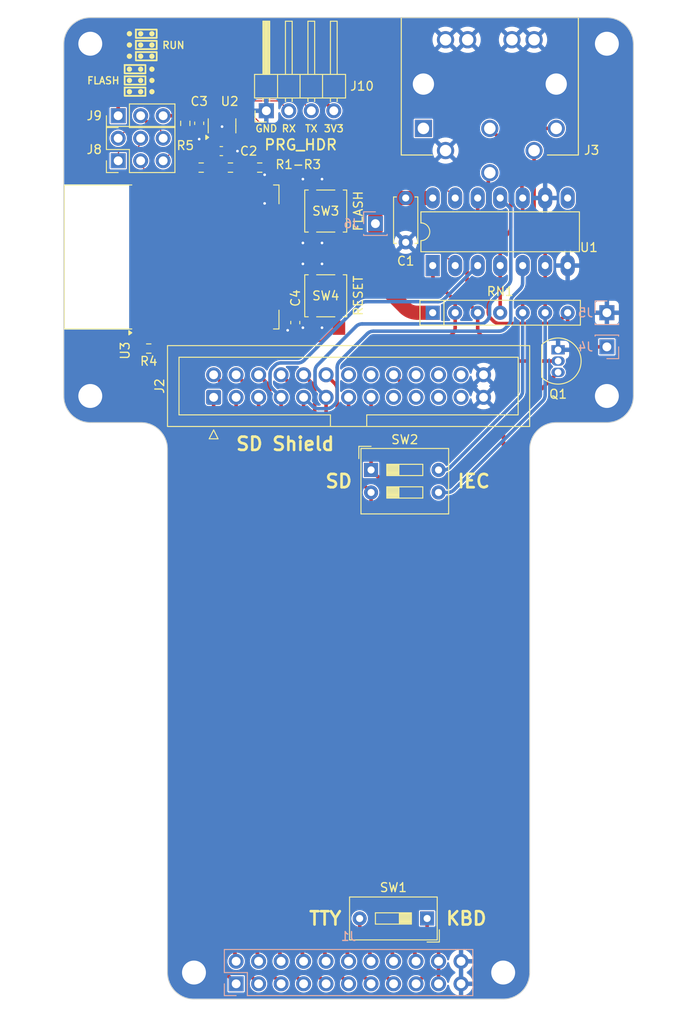
<source format=kicad_pcb>
(kicad_pcb (version 20221018) (generator pcbnew)
  (layers (0 "F.Cu" signal) (31 "B.Cu" signal) (34 "B.Paste" user) (35 "F.Paste" user) (36 "B.SilkS" user "B.Silkscreen") (37 "F.SilkS" user "F.Silkscreen") (38 "B.Mask" user) (39 "F.Mask" user) (44 "Edge.Cuts" user))
  (net 0 "")
  (net 1 "GND")
  (net 2 "+3V3")
  (net 3 "Net-(J9-Pin_2)")
  (net 4 "Net-(J10-Pin_2)")
  (net 5 "Net-(J10-Pin_3)")
  (net 6 "Net-(J10-Pin_4)")
  (net 7 "Net-(SW3-B)")
  (net 8 "+5V")
  (net 10 "/PA0")
  (net 11 "/PB0")
  (net 12 "/PA1")
  (net 13 "/PB1")
  (net 14 "/PA2")
  (net 15 "/PB2")
  (net 16 "/PA3")
  (net 17 "/PB3")
  (net 18 "/PA4")
  (net 19 "/PB4")
  (net 20 "/PA5")
  (net 21 "/PB5")
  (net 22 "/PA6")
  (net 23 "/PB7")
  (net 24 "/PA7")
  (net 25 "/COLA")
  (net 26 "/ROW3")
  (net 27 "/PTR")
  (net 37 "Net-(Q1-B)")
  (net 38 "Net-(J4-Pin_1)")
  (net 39 "Net-(U3-GPIO2)")
  (net 40 "Net-(U3-GPIO15)")
  (net 41 "Net-(SW4-B)")
  (net 46 "Net-(RN1D-R4.2)")
  (net 55 "Net-(J8-Pin_3)")
  (net 56 "Net-(J8-Pin_4)")
  (net 57 "Net-(J8-Pin_5)")
  (net 58 "Net-(J8-Pin_6)")
  (net 59 "Net-(RN1E-R5.2)")
  (net 63 "Net-(RN1C-R3.2)")
  (net 64 "/KBD")
  (footprint "SW_SPST_Library:SW_SPST_TL3305A" (layer "F.Cu") (at 139.37 71.47 90)
    (fp_text reference "SW4")
    (fp_text value "RESET")
  )
  (footprint "MountingHole:MountingHole_2.7mm_M2.5" (layer "F.Cu") (at 112.78 82.77)
    (fp_text reference "REF**" hide)
    (fp_text value "MountingHole_2.7mm_M2.5")
  )
  (footprint "Package_TO_SOT_THT:TO-92_Inline" (layer "F.Cu") (at 165.61 77.56 -90)
    (fp_text reference "Q1")
    (fp_text value "PN2222A")
  )
  (footprint "MountingHole:MountingHole_2.7mm_M2.5" (layer "F.Cu") (at 171.12 43.04)
    (fp_text reference "REF**" hide)
    (fp_text value "MountingHole_2.7mm_M2.5")
  )
  (footprint "MountingHole:MountingHole_2.7mm_M2.5" (layer "F.Cu") (at 171.12 82.77)
    (fp_text reference "REF**" hide)
    (fp_text value "MountingHole_2.7mm_M2.5")
  )
  (footprint "MountingHole:MountingHole_2.7mm_M2.5" (layer "F.Cu") (at 159.41 147.8)
    (fp_text reference "REF**" hide)
    (fp_text value "MountingHole_2.7mm_M2.5")
  )
  (footprint "Package_DIP:DIP-14_W7.62mm_LongPads" (layer "F.Cu") (at 151.45 68.06 90)
    (fp_text reference "U1")
    (fp_text value "74LS06")
  )
  (footprint "Button_Switch_THT:SW_DIP_SPSTx01_Slide_9.78x4.72mm_W7.62mm_P2.54mm" (layer "F.Cu") (at 150.82 141.7 180)
    (fp_text reference "SW1")
    (fp_text value "TTY_KBD")
  )
  (footprint "Capacitor_SMD:C_0603_1608Metric_Pad1.08x0.95mm_HandSolder" (layer "F.Cu") (at 125.08 52.01 -90)
    (fp_text reference "C3")
    (fp_text value "1uF")
  )
  (footprint "Resistor_SMD:R_0603_1608Metric_Pad0.98x0.95mm_HandSolder" (layer "F.Cu") (at 123.51 52.02 -90)
    (fp_text reference "R5")
    (fp_text value "10K")
  )
  (footprint "Capacitor_SMD:C_0603_1608Metric_Pad1.08x0.95mm_HandSolder" (layer "F.Cu") (at 127.5775 55.15)
    (fp_text reference "C2")
    (fp_text value "1uF")
  )
  (footprint "Connector_IDC:IDC-Header_2x13_P2.54mm_Vertical" (layer "F.Cu") (at 126.71 82.92 90)
    (fp_text reference "J2")
    (fp_text value "SD_Shield")
  )
  (footprint "Resistor_THT:R_Array_SIP7" (layer "F.Cu") (at 151.45 73.38)
    (fp_text reference "RN1")
    (fp_text value "3K3")
  )
  (footprint "Resistor_SMD:R_0603_1608Metric_Pad0.98x0.95mm_HandSolder" (layer "F.Cu") (at 131.9175 57.01)
    (fp_text reference "R3" hide)
    (fp_text value "10K")
  )
  (footprint "Package_TO_SOT_SMD:SOT-23-5" (layer "F.Cu") (at 127.66 52.3 90)
    (fp_text reference "U2")
    (fp_text value "TPS7A0233DBVR")
  )
  (footprint "Resistor_SMD:R_0603_1608Metric_Pad0.98x0.95mm_HandSolder" (layer "F.Cu") (at 125.3025 57.01)
    (fp_text reference "R1" hide)
    (fp_text value "10K")
  )
  (footprint "RF_Module:ESP-12E" (layer "F.Cu") (at 121.97 67.09 90)
    (fp_text reference "U3")
    (fp_text value "ESP-12F")
  )
  (footprint "SW_SPST_Library:SW_SPST_TL3305A" (layer "F.Cu") (at 139.37 61.91 90)
    (fp_text reference "SW3")
    (fp_text value "FLASH")
  )
  (footprint "Resistor_SMD:R_0603_1608Metric_Pad0.98x0.95mm_HandSolder" (layer "F.Cu") (at 128.61 57.01)
    (fp_text reference "R2" hide)
    (fp_text value "10K")
  )
  (footprint "Button_Switch_THT:SW_DIP_SPSTx02_Slide_9.78x7.26mm_W7.62mm_P2.54mm" (layer "F.Cu") (at 144.49 91.11)
    (fp_text reference "SW2")
    (fp_text value "SD_IEC")
  )
  (footprint "Connector_PinHeader_2.54mm:PinHeader_2x03_P2.54mm_Vertical" (layer "F.Cu") (at 115.93 56.24 90)
    (fp_text reference "J8")
    (fp_text value "RUN_FLASH")
  )
  (footprint "Connector_PinHeader_2.54mm:PinHeader_1x03_P2.54mm_Vertical" (layer "F.Cu") (at 115.93 51.16 90)
    (fp_text reference "J9")
    (fp_text value "RUN_FLASH")
  )
  (footprint "Capacitor_SMD:C_0603_1608Metric_Pad1.08x0.95mm_HandSolder" (layer "F.Cu") (at 135.93 74.4925 90)
    (fp_text reference "C4")
    (fp_text value "100nF")
  )
  (footprint "Resistor_SMD:R_0603_1608Metric_Pad0.98x0.95mm_HandSolder" (layer "F.Cu") (at 119.3825 77.42 180)
    (fp_text reference "R4")
    (fp_text value "10K")
  )
  (footprint "Connector_PinHeader_2.54mm:PinHeader_1x04_P2.54mm_Horizontal" (layer "F.Cu") (at 132.66 50.6 90)
    (fp_text reference "J10")
    (fp_text value "PRG_HDR")
  )
  (footprint "Capacitor_THT:C_Disc_D5.0mm_W2.5mm_P5.00mm" (layer "F.Cu") (at 148.4 60.44 -90)
    (fp_text reference "C1")
    (fp_text value "100nF")
  )
  (footprint "DIN_Round:CUI_SDS-60J" (layer "F.Cu") (at 157.9 47.59 180)
    (fp_text reference "J3")
    (fp_text value "DIN-6")
  )
  (footprint "MountingHole:MountingHole_2.7mm_M2.5" (layer "F.Cu") (at 124.49 147.8)
    (fp_text reference "REF**" hide)
    (fp_text value "MountingHole_2.7mm_M2.5")
  )
  (footprint "MountingHole:MountingHole_2.7mm_M2.5" (layer "F.Cu") (at 112.78 43.04)
    (fp_text reference "REF**" hide)
    (fp_text value "MountingHole_2.7mm_M2.5")
  )
  (footprint "Connector_PinSocket_2.54mm:PinSocket_1x01_P2.54mm_Vertical" (layer "B.Cu") (at 171.12 73.38 180)
    (fp_text reference "J5")
    (fp_text value "GND")
  )
  (footprint "Connector_PinSocket_2.54mm:PinSocket_2x11_P2.54mm_Vertical" (layer "B.Cu") (at 129.25 149.07 -90)
    (fp_text reference "J1")
    (fp_text value "Motherboard")
  )
  (footprint "Connector_PinSocket_2.54mm:PinSocket_1x01_P2.54mm_Vertical" (layer "B.Cu") (at 144.98 63.33 180)
    (fp_text reference "J6")
    (fp_text value "+5V")
  )
  (footprint "Connector_PinSocket_2.54mm:PinSocket_1x01_P2.54mm_Vertical" (layer "B.Cu") (at 171.12 77.23)
    (fp_text reference "J4")
    (fp_text value "Reset")
  )
  (gr_circle (center 117.2 44.45) (end 117.5 44.45) (fill solid) (layer "F.SilkS"))
  (gr_circle (center 117.2 41.91) (end 117.5 41.91) (fill solid) (layer "F.SilkS"))
  (gr_rect (start 117.93 43.98) (end 120.28 44.92) (stroke (width 0.2)) (fill none) (layer "F.SilkS"))
  (gr_rect (start 117.93 41.44) (end 120.28 42.38) (stroke (width 0.2)) (fill none) (layer "F.SilkS"))
  (gr_circle (center 119.74 48.45) (end 120.04 48.45) (fill solid) (layer "F.SilkS"))
  (gr_rect (start 116.66 45.44) (end 119.01 46.38) (stroke (width 0.2)) (fill none) (layer "F.SilkS"))
  (gr_circle (center 118.47 41.91) (end 118.77 41.91) (fill solid) (layer "F.SilkS"))
  (gr_circle (center 118.47 43.18) (end 118.77 43.18) (fill solid) (layer "F.SilkS"))
  (gr_circle (center 118.47 44.45) (end 118.77 44.45) (fill solid) (layer "F.SilkS"))
  (gr_circle (center 117.2 47.18) (end 117.5 47.18) (fill solid) (layer "F.SilkS"))
  (gr_circle (center 117.2 45.91) (end 117.5 45.91) (fill solid) (layer "F.SilkS"))
  (gr_circle (center 118.47 48.45) (end 118.77 48.45) (fill solid) (layer "F.SilkS"))
  (gr_circle (center 119.74 44.45) (end 120.04 44.45) (fill solid) (layer "F.SilkS"))
  (gr_circle (center 119.74 43.18) (end 120.04 43.18) (fill solid) (layer "F.SilkS"))
  (gr_rect (start 117.93 42.71) (end 120.28 43.65) (stroke (width 0.2)) (fill none) (layer "F.SilkS"))
  (gr_circle (center 118.47 45.91) (end 118.77 45.91) (fill solid) (layer "F.SilkS"))
  (gr_circle (center 117.2 43.18) (end 117.5 43.18) (fill solid) (layer "F.SilkS"))
  (gr_rect (start 116.66 47.98) (end 119.01 48.92) (stroke (width 0.2)) (fill none) (layer "F.SilkS"))
  (gr_circle (center 119.74 47.18) (end 120.04 47.18) (fill solid) (layer "F.SilkS"))
  (gr_circle (center 119.74 45.91) (end 120.04 45.91) (fill solid) (layer "F.SilkS"))
  (gr_circle (center 118.47 47.18) (end 118.77 47.18) (fill solid) (layer "F.SilkS"))
  (gr_circle (center 117.2 48.45) (end 117.5 48.45) (fill solid) (layer "F.SilkS"))
  (gr_circle (center 119.74 41.91) (end 120.04 41.91) (fill solid) (layer "F.SilkS"))
  (gr_rect (start 116.66 46.71) (end 119.01 47.65) (stroke (width 0.2)) (fill none) (layer "F.SilkS"))
  (gr_arc (start 109.78 43.09) (mid 110.65868 40.96868) (end 112.78 40.09) (stroke (width 0.1)) (layer "Edge.Cuts"))
  (gr_arc (start 118.49 85.77) (mid 120.61132 86.64868) (end 121.49 88.77) (stroke (width 0.1)) (layer "Edge.Cuts"))
  (gr_arc (start 174.12 82.77) (mid 173.24132 84.89132) (end 171.12 85.77) (stroke (width 0.1)) (layer "Edge.Cuts"))
  (gr_line (start 121.49 88.77) (end 121.49 147.8) (stroke (width 0.1)) (layer "Edge.Cuts"))
  (gr_arc (start 162.41 88.77) (mid 163.28868 86.64868) (end 165.41 85.77) (stroke (width 0.1)) (layer "Edge.Cuts"))
  (gr_line (start 162.41 88.77) (end 162.41 147.8) (stroke (width 0.1)) (layer "Edge.Cuts"))
  (gr_line (start 171.12 40.09) (end 112.78 40.09) (stroke (width 0.1)) (layer "Edge.Cuts"))
  (gr_arc (start 171.12 40.09) (mid 173.24132 40.96868) (end 174.12 43.09) (stroke (width 0.1)) (layer "Edge.Cuts"))
  (gr_arc (start 124.49 150.8) (mid 122.36868 149.92132) (end 121.49 147.8) (stroke (width 0.1)) (layer "Edge.Cuts"))
  (gr_line (start 165.41 85.77) (end 171.12 85.77) (stroke (width 0.1)) (layer "Edge.Cuts"))
  (gr_arc (start 112.78 85.77) (mid 110.65868 84.89132) (end 109.78 82.77) (stroke (width 0.1)) (layer "Edge.Cuts"))
  (gr_line (start 109.78 43.09) (end 109.78 82.77) (stroke (width 0.1)) (layer "Edge.Cuts"))
  (gr_arc (start 162.41 147.8) (mid 161.53132 149.92132) (end 159.41 150.8) (stroke (width 0.1)) (layer "Edge.Cuts"))
  (gr_line (start 124.49 150.8) (end 159.41 150.8) (stroke (width 0.1)) (layer "Edge.Cuts"))
  (gr_line (start 174.12 82.77) (end 174.12 43.09) (stroke (width 0.1)) (layer "Edge.Cuts"))
  (gr_line (start 112.78 85.77) (end 118.49 85.77) (stroke (width 0.1)) (layer "Edge.Cuts"))
  (gr_text "GND" (at 132.66 53.08) (layer "F.SilkS") (effects (font (size 0.8 0.8) (thickness 0.15) bold) (justify bottom)))
  (gr_text "TTY" (at 141.3 141.7) (layer "F.SilkS") (effects (font (size 1.5 1.5) (thickness 0.3) bold) (justify right)))
  (gr_text "FLASH" (at 116.16 47.2) (layer "F.SilkS") (effects (font (size 0.8 0.8) (thickness 0.15) bold) (justify right)))
  (gr_text "IEC" (at 154.1 92.38) (layer "F.SilkS") (effects (font (size 1.5 1.5) (thickness 0.3) bold) (justify left)))
  (gr_text "R1-R3" (at 136.27 56.66) (layer "F.SilkS") (effects (font (size 1 1))))
  (gr_text "SD Shield" (at 134.79 89.05) (layer "F.SilkS") (effects (font (size 1.5 1.5) (thickness 0.3) bold) (justify bottom)))
  (gr_text "3V3" (at 140.28 53.08) (layer "F.SilkS") (effects (font (size 0.8 0.8) (thickness 0.15) bold) (justify bottom)))
  (gr_text "TX" (at 137.74 53.08) (layer "F.SilkS") (effects (font (size 0.8 0.8) (thickness 0.15) bold) (justify bottom)))
  (gr_text "RUN" (at 120.83 43.21) (layer "F.SilkS") (effects (font (size 0.8 0.8) (thickness 0.15) bold) (justify left)))
  (gr_text "RX" (at 135.2 53.08) (layer "F.SilkS") (effects (font (size 0.8 0.8) (thickness 0.15) bold) (justify bottom)))
  (gr_text "SD" (at 142.5 92.38) (layer "F.SilkS") (effects (font (size 1.5 1.5) (thickness 0.3) bold) (justify right)))
  (gr_text "KBD" (at 152.8 141.7) (layer "F.SilkS") (effects (font (size 1.5 1.5) (thickness 0.3) bold) (justify left)))
  (segment (start 132.47 57.82) (end 132.47 59.49) (width 0.4) (layer "F.Cu") (net 1))
  (segment (start 138.95 65.51) (end 137.87 65.51) (width 0.4) (layer "F.Cu") (net 1))
  (segment (start 136.79 75.07) (end 137.87 75.07) (width 0.4) (layer "F.Cu") (net 1))
  (segment (start 135.925 75.36) (end 135.93 75.355) (width 0.4) (layer "F.Cu") (net 1))
  (segment (start 135.07 75.36) (end 135.925 75.36) (width 0.4) (layer "F.Cu") (net 1))
  (segment (start 136.79 65.51) (end 137.87 65.51) (width 0.4) (layer "F.Cu") (net 1))
  (segment (start 138.95 58.31) (end 137.87 58.31) (width 0.4) (layer "F.Cu") (net 1))
  (segment (start 136.79 75.07) (end 136.422107 75.07) (width 0.4) (layer "F.Cu") (net 1))
  (segment (start 127.66 53.4375) (end 127.66 52.39) (width 0.6) (layer "F.Cu") (net 1))
  (segment (start 138.95 67.87) (end 137.87 67.87) (width 0.4) (layer "F.Cu") (net 1))
  (segment (start 138.95 75.07) (end 137.87 75.07) (width 0.4) (layer "F.Cu") (net 1))
  (segment (start 132.47 61.05) (end 132.47 59.49) (width 0.4) (layer "F.Cu") (net 1))
  (segment (start 129.4 55.15) (end 128.44 55.15) (width 0.6) (layer "F.Cu") (net 1))
  (segment (start 132.47 57.82) (end 132.47 57.577107) (width 0.4) (layer "F.Cu") (net 1))
  (segment (start 136.79 67.87) (end 137.87 67.87) (width 0.4) (layer "F.Cu") (net 1))
  (segment (start 136.068553 75.216447) (end 135.93 75.355) (width 0.4) (layer "F.Cu") (net 1))
  (segment (start 125.08 53.8) (end 125.08 52.8725) (width 0.6) (layer "F.Cu") (net 1))
  (segment (start 136.79 58.31) (end 137.87 58.31) (width 0.4) (layer "F.Cu") (net 1))
  (segment (start 132.616447 57.223553) (end 132.83 57.01) (width 0.4) (layer "F.Cu") (net 1))
  (via (at 129.4 55.15) (size 0.6) (drill 0.3) (layers "F.Cu" "B.Cu") (net 1))
  (via (at 138.95 58.31) (size 0.5) (drill 0.3) (layers "F.Cu" "B.Cu") (net 1))
  (via (at 138.95 65.51) (size 0.5) (drill 0.3) (layers "F.Cu" "B.Cu") (net 1))
  (via (at 125.08 53.8) (size 0.6) (drill 0.3) (layers "F.Cu" "B.Cu") (net 1))
  (via (at 135.07 75.36) (size 0.5) (drill 0.3) (layers "F.Cu" "B.Cu") (net 1))
  (via (at 138.95 67.87) (size 0.5) (drill 0.3) (layers "F.Cu" "B.Cu") (net 1))
  (via (at 136.79 65.51) (size 0.5) (drill 0.3) (layers "F.Cu" "B.Cu") (net 1))
  (via (at 132.47 61.05) (size 0.5) (drill 0.3) (layers "F.Cu" "B.Cu") (net 1))
  (via (at 136.79 75.07) (size 0.5) (drill 0.3) (layers "F.Cu" "B.Cu") (net 1))
  (via (at 136.79 67.87) (size 0.5) (drill 0.3) (layers "F.Cu" "B.Cu") (net 1))
  (via (at 127.66 52.39) (size 0.6) (drill 0.3) (layers "F.Cu" "B.Cu") (net 1))
  (via (at 138.95 75.07) (size 0.5) (drill 0.3) (layers "F.Cu" "B.Cu") (net 1))
  (via (at 132.47 57.82) (size 0.5) (drill 0.3) (layers "F.Cu" "B.Cu") (net 1))
  (via (at 136.79 58.31) (size 0.5) (drill 0.3) (layers "F.Cu" "B.Cu") (net 1))
  (arc (start 136.422107 75.07) (mid 136.230765 75.10806) (end 136.068553 75.216447) (width 0.4) (layer "F.Cu") (net 1))
  (arc (start 132.47 57.577107) (mid 132.50806 57.385765) (end 132.616447 57.223553) (width 0.4) (layer "F.Cu") (net 1))
  (segment (start 121.01 51.16) (end 126.7075 51.16) (width 0.4) (layer "F.Cu") (net 2))
  (segment (start 126.7075 51.16) (end 126.71 51.1625) (width 0.4) (layer "F.Cu") (net 2))
  (segment (start 120.295 77.42) (end 122.323554 75.391446) (width 0.127) (layer "F.Cu") (net 3))
  (segment (start 123.986607 76.1305) (end 131.572393 76.1305) (width 0.127) (layer "F.Cu") (net 3))
  (segment (start 124.39 57.01) (end 124.909054 56.490946) (width 0.127) (layer "F.Cu") (net 3))
  (segment (start 120.770107 57.913) (end 121.297 57.913) (width 0.4) (layer "F.Cu") (net 3))
  (segment (start 121.297 57.913) (end 121.297 62.379893) (width 0.4) (layer "F.Cu") (net 3))
  (segment (start 122.47 74.69) (end 122.47 74.559) (width 0.127) (layer "F.Cu") (net 3))
  (segment (start 135.93 73.63) (end 133.737107 73.63) (width 0.4) (layer "F.Cu") (net 3))
  (segment (start 124.39 57.01) (end 122.407107 57.01) (width 0.127) (layer "F.Cu") (net 3))
  (segment (start 122.47 75.037893) (end 122.47 74.69) (width 0.127) (layer "F.Cu") (net 3))
  (segment (start 119.72 52.617107) (end 119.72 56.862893) (width 0.4) (layer "F.Cu") (net 3))
  (segment (start 125.262607 56.3445) (end 126.824893 56.3445) (width 0.127) (layer "F.Cu") (net 3))
  (segment (start 122.47 74.821) (end 123.633054 75.984054) (width 0.127) (layer "F.Cu") (net 3))
  (segment (start 133.383553 73.776447) (end 132.47 74.69) (width 0.4) (layer "F.Cu") (net 3))
  (segment (start 127.178447 56.490947) (end 127.6975 57.01) (width 0.127) (layer "F.Cu") (net 3))
  (segment (start 119.866447 57.216447) (end 120.416554 57.766554) (width 0.4) (layer "F.Cu") (net 3))
  (segment (start 132.47 73.967107) (end 132.47 74.69) (width 0.4) (layer "F.Cu") (net 3))
  (segment (start 118.47 51.16) (end 119.573554 52.263554) (width 0.4) (layer "F.Cu") (net 3))
  (segment (start 127.6975 57.01) (end 127.521471 57.01) (width 0.127) (layer "F.Cu") (net 3))
  (segment (start 132.47 75.232893) (end 132.47 74.69) (width 0.127) (layer "F.Cu") (net 3))
  (segment (start 131.925947 75.984053) (end 132.323554 75.586446) (width 0.127) (layer "F.Cu") (net 3))
  (segment (start 122.47 74.69) (end 122.47 74.821) (width 0.127) (layer "F.Cu") (net 3))
  (segment (start 122.053553 57.156447) (end 121.297 57.913) (width 0.127) (layer "F.Cu") (net 3))
  (segment (start 121.443447 62.733447) (end 132.323554 73.613554) (width 0.4) (layer "F.Cu") (net 3))
  (arc (start 122.47 75.037893) (mid 122.43194 75.229234) (end 122.323554 75.391446) (width 0.127) (layer "F.Cu") (net 3))
  (arc (start 119.72 52.617107) (mid 119.68194 52.425766) (end 119.573554 52.263554) (width 0.4) (layer "F.Cu") (net 3))
  (arc (start 119.72 56.862893) (mid 119.75806 57.054235) (end 119.866447 57.216447) (width 0.4) (layer "F.Cu") (net 3))
  (arc (start 132.47 73.967107) (mid 132.43194 73.775766) (end 132.323554 73.613554) (width 0.4) (layer "F.Cu") (net 3))
  (arc (start 123.633054 75.984054) (mid 123.795266 76.09244) (end 123.986607 76.1305) (width 0.127) (layer "F.Cu") (net 3))
  (arc (start 122.053553 57.156447) (mid 122.215765 57.04806) (end 122.407107 57.01) (width 0.127) (layer "F.Cu") (net 3))
  (arc (start 133.383553 73.776447) (mid 133.545765 73.66806) (end 133.737107 73.63) (width 0.4) (layer "F.Cu") (net 3))
  (arc (start 121.297 62.379893) (mid 121.33506 62.571235) (end 121.443447 62.733447) (width 0.4) (layer "F.Cu") (net 3))
  (arc (start 126.824893 56.3445) (mid 127.016235 56.38256) (end 127.178447 56.490947) (width 0.127) (layer "F.Cu") (net 3))
  (arc (start 125.262607 56.3445) (mid 125.071266 56.38256) (end 124.909054 56.490946) (width 0.127) (layer "F.Cu") (net 3))
  (arc (start 131.572393 76.1305) (mid 131.763735 76.09244) (end 131.925947 75.984053) (width 0.127) (layer "F.Cu") (net 3))
  (arc (start 120.770107 57.913) (mid 120.578766 57.87494) (end 120.416554 57.766554) (width 0.4) (layer "F.Cu") (net 3))
  (arc (start 132.47 75.232893) (mid 132.43194 75.424234) (end 132.323554 75.586446) (width 0.127) (layer "F.Cu") (net 3))
  (segment (start 116.076447 55.144343) (end 116.956054 54.264736) (width 0.127) (layer "F.Cu") (net 4))
  (segment (start 117.1025 53.911183) (end 117.1025 53.275397) (width 0.127) (layer "F.Cu") (net 4))
  (segment (start 134.232947 49.632947) (end 135.2 50.6) (width 0.127) (layer "F.Cu") (net 4))
  (segment (start 115.93 56.24) (end 115.93 55.497897) (width 0.127) (layer "F.Cu") (net 4))
  (segment (start 117.3565 52.81429) (end 117.3565 50.830607) (width 0.127) (layer "F.Cu") (net 4))
  (segment (start 117.502947 50.477053) (end 118.347054 49.632946) (width 0.127) (layer "F.Cu") (net 4))
  (segment (start 117.248947 52.921843) (end 117.3565 52.81429) (width 0.127) (layer "F.Cu") (net 4))
  (segment (start 118.700607 49.4865) (end 133.879393 49.4865) (width 0.127) (layer "F.Cu") (net 4))
  (arc (start 134.232947 49.632947) (mid 134.070735 49.52456) (end 133.879393 49.4865) (width 0.127) (layer "F.Cu") (net 4))
  (arc (start 117.502947 50.477053) (mid 117.39456 50.639265) (end 117.3565 50.830607) (width 0.127) (layer "F.Cu") (net 4))
  (arc (start 115.93 55.497897) (mid 115.96806 55.306555) (end 116.076447 55.144343) (width 0.127) (layer "F.Cu") (net 4))
  (arc (start 118.347054 49.632946) (mid 118.509266 49.52456) (end 118.700607 49.4865) (width 0.127) (layer "F.Cu") (net 4))
  (arc (start 117.1025 53.911183) (mid 117.06444 54.102524) (end 116.956054 54.264736) (width 0.127) (layer "F.Cu") (net 4))
  (arc (start 117.248947 52.921843) (mid 117.14056 53.084055) (end 117.1025 53.275397) (width 0.127) (layer "F.Cu") (net 4))
  (segment (start 117.0435 50.399817) (end 117.0435 52.367183) (width 0.127) (layer "F.Cu") (net 5))
  (segment (start 137.74 50.6) (end 136.518946 49.378946) (width 0.127) (layer "F.Cu") (net 5))
  (segment (start 136.165393 49.2325) (end 118.210817 49.2325) (width 0.127) (layer "F.Cu") (net 5))
  (segment (start 116.897053 52.720737) (end 115.93 53.68779) (width 0.127) (layer "F.Cu") (net 5))
  (segment (start 115.93 53.68779) (end 115.93 53.7) (width 0.127) (layer "F.Cu") (net 5))
  (segment (start 117.857263 49.378947) (end 117.189946 50.046264) (width 0.127) (layer "F.Cu") (net 5))
  (arc (start 136.165393 49.2325) (mid 136.356734 49.27056) (end 136.518946 49.378946) (width 0.127) (layer "F.Cu") (net 5))
  (arc (start 117.189946 50.046264) (mid 117.08156 50.208476) (end 117.0435 50.399817) (width 0.127) (layer "F.Cu") (net 5))
  (arc (start 117.0435 52.367183) (mid 117.00544 52.558525) (end 116.897053 52.720737) (width 0.127) (layer "F.Cu") (net 5))
  (arc (start 117.857263 49.378947) (mid 118.019475 49.27056) (end 118.210817 49.2325) (width 0.127) (layer "F.Cu") (net 5))
  (segment (start 138.251947 48.571947) (end 140.28 50.6) (width 0.4) (layer "F.Cu") (net 6))
  (segment (start 116.076447 49.692093) (end 117.196594 48.571946) (width 0.4) (layer "F.Cu") (net 6))
  (segment (start 117.550147 48.4255) (end 137.898393 48.4255) (width 0.4) (layer "F.Cu") (net 6))
  (segment (start 115.93 51.16) (end 115.93 50.045647) (width 0.4) (layer "F.Cu") (net 6))
  (arc (start 117.196594 48.571946) (mid 117.358806 48.46356) (end 117.550147 48.4255) (width 0.4) (layer "F.Cu") (net 6))
  (arc (start 116.076447 49.692093) (mid 115.96806 49.854305) (end 115.93 50.045647) (width 0.4) (layer "F.Cu") (net 6))
  (arc (start 138.251947 48.571947) (mid 138.089735 48.46356) (end 137.898393 48.4255) (width 0.4) (layer "F.Cu") (net 6))
  (segment (start 126.903553 61.473553) (end 126.616446 61.186446) (width 0.127) (layer "F.Cu") (net 7))
  (segment (start 139.092393 59.3005) (end 135.195233 59.3005) (width 0.127) (layer "F.Cu") (net 7))
  (segment (start 134.841679 59.446947) (end 132.815072 61.473554) (width 0.127) (layer "F.Cu") (net 7))
  (segment (start 126.323553 57.118553) (end 126.215 57.01) (width 0.127) (layer "F.Cu") (net 7))
  (segment (start 126.47 59.49) (end 126.47 57.472107) (width 0.127) (layer "F.Cu") (net 7))
  (segment (start 132.461519 61.62) (end 127.257107 61.62) (width 0.127) (layer "F.Cu") (net 7))
  (segment (start 126.47 60.832893) (end 126.47 59.49) (width 0.127) (layer "F.Cu") (net 7))
  (segment (start 140.87 65.51) (end 140.87 58.31) (width 0.127) (layer "F.Cu") (net 7))
  (segment (start 140.29 58.31) (end 139.445946 59.154054) (width 0.127) (layer "F.Cu") (net 7))
  (arc (start 126.47 60.832893) (mid 126.50806 61.024234) (end 126.616446 61.186446) (width 0.127) (layer "F.Cu") (net 7))
  (arc (start 132.461519 61.62) (mid 132.65286 61.58194) (end 132.815072 61.473554) (width 0.127) (layer "F.Cu") (net 7))
  (arc (start 135.195233 59.3005) (mid 135.003891 59.33856) (end 134.841679 59.446947) (width 0.127) (layer "F.Cu") (net 7))
  (arc (start 139.445946 59.154054) (mid 139.283734 59.26244) (end 139.092393 59.3005) (width 0.127) (layer "F.Cu") (net 7))
  (arc (start 126.903553 61.473553) (mid 127.065765 61.58194) (end 127.257107 61.62) (width 0.127) (layer "F.Cu") (net 7))
  (arc (start 126.47 57.472107) (mid 126.43194 57.280765) (end 126.323553 57.118553) (width 0.127) (layer "F.Cu") (net 7))
  (segment (start 126.715 55.15) (end 126.715 53.4425) (width 0.6) (layer "F.Cu") (net 8))
  (segment (start 148.4 60.44) (end 151.45 60.44) (width 1.6) (layer "F.Cu") (net 8))
  (segment (start 145.565787 61.074213) (end 145.614214 61.025786) (width 1.6) (layer "F.Cu") (net 8))
  (segment (start 128.61 54.099999) (end 128.565945 54.144054) (width 0.127) (layer "F.Cu") (net 8))
  (segment (start 144.645787 56.685787) (end 148.4 60.44) (width 0.6) (layer "F.Cu") (net 8))
  (segment (start 126.715 55.15) (end 127.372107 55.807107) (width 0.6) (layer "F.Cu") (net 8))
  (segment (start 144.98 63.33) (end 144.98 68.661573) (width 1.6) (layer "F.Cu") (net 8))
  (segment (start 149.698427 73.38) (end 151.45 73.38) (width 1.6) (layer "F.Cu") (net 8))
  (segment (start 145.565787 70.075787) (end 148.284214 72.794214) (width 1.6) (layer "F.Cu") (net 8))
  (segment (start 128.212392 54.2905) (end 127.122607 54.2905) (width 0.127) (layer "F.Cu") (net 8))
  (segment (start 147.028427 60.44) (end 148.4 60.44) (width 1.6) (layer "F.Cu") (net 8))
  (segment (start 128.079214 56.1) (end 143.231573 56.1) (width 0.6) (layer "F.Cu") (net 8))
  (segment (start 151.4 73.38) (end 151.43 73.35) (width 0.4) (layer "F.Cu") (net 8))
  (segment (start 144.98 63.33) (end 144.98 62.488427) (width 1.6) (layer "F.Cu") (net 8))
  (segment (start 126.769053 54.144053) (end 126.71 54.085) (width 0.127) (layer "F.Cu") (net 8))
  (arc (start 127.372107 55.807107) (mid 127.69653 56.02388) (end 128.079214 56.1) (width 0.6) (layer "F.Cu") (net 8))
  (arc (start 144.98 62.488427) (mid 145.132241 61.72306) (end 145.565787 61.074213) (width 1.6) (layer "F.Cu") (net 8))
  (arc (start 126.769053 54.144053) (mid 126.931265 54.25244) (end 127.122607 54.2905) (width 0.127) (layer "F.Cu") (net 8))
  (arc (start 144.645787 56.685787) (mid 143.99694 56.252241) (end 143.231573 56.1) (width 0.6) (layer "F.Cu") (net 8))
  (arc (start 144.98 68.661573) (mid 145.132241 69.42694) (end 145.565787 70.075787) (width 1.6) (layer "F.Cu") (net 8))
  (arc (start 147.028427 60.44) (mid 146.26306 60.592241) (end 145.614214 61.025786) (width 1.6) (layer "F.Cu") (net 8))
  (arc (start 128.212392 54.2905) (mid 128.403733 54.25244) (end 128.565945 54.144054) (width 0.127) (layer "F.Cu") (net 8))
  (arc (start 148.284214 72.794214) (mid 148.93306 73.227759) (end 149.698427 73.38) (width 1.6) (layer "F.Cu") (net 8))
  (segment (start 127.96 147.365786) (end 127.96 146.124214) (width 0.4) (layer "F.Cu") (net 10))
  (segment (start 126.71 82.92) (end 126.71 144.045786) (width 0.4) (layer "F.Cu") (net 10))
  (segment (start 129.25 149.07) (end 128.252893 148.072893) (width 0.4) (layer "F.Cu") (net 10))
  (segment (start 127.667107 145.417107) (end 127.002893 144.752893) (width 0.4) (layer "F.Cu") (net 10))
  (arc (start 126.71 144.045786) (mid 126.78612 144.428469) (end 127.002893 144.752893) (width 0.4) (layer "F.Cu") (net 10))
  (arc (start 128.252893 148.072893) (mid 128.03612 147.74847) (end 127.96 147.365786) (width 0.4) (layer "F.Cu") (net 10))
  (arc (start 127.667107 145.417107) (mid 127.88388 145.74153) (end 127.96 146.124214) (width 0.4) (layer "F.Cu") (net 10))
  (segment (start 128.957107 145.437107) (end 128.252893 144.732893) (width 0.4) (layer "F.Cu") (net 11))
  (segment (start 127.96 144.025786) (end 127.96 82.044214) (width 0.4) (layer "F.Cu") (net 11))
  (segment (start 127.667107 81.337107) (end 126.71 80.38) (width 0.4) (layer "F.Cu") (net 11))
  (segment (start 129.25 146.53) (end 129.25 146.144214) (width 0.4) (layer "F.Cu") (net 11))
  (arc (start 127.96 82.044214) (mid 127.88388 81.661531) (end 127.667107 81.337107) (width 0.4) (layer "F.Cu") (net 11))
  (arc (start 128.252893 144.732893) (mid 128.03612 144.40847) (end 127.96 144.025786) (width 0.4) (layer "F.Cu") (net 11))
  (arc (start 128.957107 145.437107) (mid 129.17388 145.76153) (end 129.25 146.144214) (width 0.4) (layer "F.Cu") (net 11))
  (segment (start 129.25 82.92) (end 129.25 144.045786) (width 0.4) (layer "F.Cu") (net 12))
  (segment (start 130.5 147.365786) (end 130.5 146.124214) (width 0.4) (layer "F.Cu") (net 12))
  (segment (start 131.79 149.07) (end 130.792893 148.072893) (width 0.4) (layer "F.Cu") (net 12))
  (segment (start 130.207107 145.417107) (end 129.542893 144.752893) (width 0.4) (layer "F.Cu") (net 12))
  (arc (start 130.207107 145.417107) (mid 130.42388 145.74153) (end 130.5 146.124214) (width 0.4) (layer "F.Cu") (net 12))
  (arc (start 129.25 144.045786) (mid 129.32612 144.428469) (end 129.542893 144.752893) (width 0.4) (layer "F.Cu") (net 12))
  (arc (start 130.792893 148.072893) (mid 130.57612 147.74847) (end 130.5 147.365786) (width 0.4) (layer "F.Cu") (net 12))
  (segment (start 130.207107 81.337107) (end 129.25 80.38) (width 0.4) (layer "F.Cu") (net 13))
  (segment (start 131.79 146.53) (end 131.79 146.144214) (width 0.4) (layer "F.Cu") (net 13))
  (segment (start 131.497107 145.437107) (end 130.792893 144.732893) (width 0.4) (layer "F.Cu") (net 13))
  (segment (start 130.5 144.025786) (end 130.5 82.044214) (width 0.4) (layer "F.Cu") (net 13))
  (arc (start 130.5 82.044214) (mid 130.42388 81.661531) (end 130.207107 81.337107) (width 0.4) (layer "F.Cu") (net 13))
  (arc (start 130.792893 144.732893) (mid 130.57612 144.40847) (end 130.5 144.025786) (width 0.4) (layer "F.Cu") (net 13))
  (arc (start 131.497107 145.437107) (mid 131.71388 145.76153) (end 131.79 146.144214) (width 0.4) (layer "F.Cu") (net 13))
  (segment (start 134.33 149.07) (end 133.332893 148.072893) (width 0.4) (layer "F.Cu") (net 14))
  (segment (start 131.79 82.92) (end 131.79 144.045786) (width 0.4) (layer "F.Cu") (net 14))
  (segment (start 132.747107 145.417107) (end 132.082893 144.752893) (width 0.4) (layer "F.Cu") (net 14))
  (segment (start 133.04 147.365786) (end 133.04 146.124214) (width 0.4) (layer "F.Cu") (net 14))
  (arc (start 132.747107 145.417107) (mid 132.96388 145.74153) (end 133.04 146.124214) (width 0.4) (layer "F.Cu") (net 14))
  (arc (start 133.332893 148.072893) (mid 133.11612 147.74847) (end 133.04 147.365786) (width 0.4) (layer "F.Cu") (net 14))
  (arc (start 131.79 144.045786) (mid 131.86612 144.428469) (end 132.082893 144.752893) (width 0.4) (layer "F.Cu") (net 14))
  (segment (start 132.747107 81.337107) (end 131.79 80.38) (width 0.4) (layer "F.Cu") (net 15))
  (segment (start 133.04 144.025786) (end 133.04 82.044214) (width 0.4) (layer "F.Cu") (net 15))
  (segment (start 134.037107 145.437107) (end 133.332893 144.732893) (width 0.4) (layer "F.Cu") (net 15))
  (segment (start 134.33 146.53) (end 134.33 146.144214) (width 0.4) (layer "F.Cu") (net 15))
  (arc (start 133.04 82.044214) (mid 132.96388 81.661531) (end 132.747107 81.337107) (width 0.4) (layer "F.Cu") (net 15))
  (arc (start 133.332893 144.732893) (mid 133.11612 144.40847) (end 133.04 144.025786) (width 0.4) (layer "F.Cu") (net 15))
  (arc (start 134.037107 145.437107) (mid 134.25388 145.76153) (end 134.33 146.144214) (width 0.4) (layer "F.Cu") (net 15))
  (segment (start 136.87 149.07) (end 135.872893 148.072893) (width 0.4) (layer "F.Cu") (net 16))
  (segment (start 135.58 147.365786) (end 135.58 146.124214) (width 0.4) (layer "F.Cu") (net 16))
  (segment (start 134.33 82.92) (end 134.33 144.045786) (width 0.4) (layer "F.Cu") (net 16))
  (segment (start 135.287107 145.417107) (end 134.622893 144.752893) (width 0.4) (layer "F.Cu") (net 16))
  (arc (start 135.872893 148.072893) (mid 135.65612 147.74847) (end 135.58 147.365786) (width 0.4) (layer "F.Cu") (net 16))
  (arc (start 135.287107 145.417107) (mid 135.50388 145.74153) (end 135.58 146.124214) (width 0.4) (layer "F.Cu") (net 16))
  (arc (start 134.33 144.045786) (mid 134.40612 144.428469) (end 134.622893 144.752893) (width 0.4) (layer "F.Cu") (net 16))
  (segment (start 133.372893 79.56934) (end 133.60934 79.332893) (width 0.4) (layer "B.Cu") (net 16))
  (segment (start 136.922893 78.747107) (end 143.247107 72.422893) (width 0.4) (layer "B.Cu") (net 16))
  (segment (start 134.33 82.92) (end 133.372893 81.962893) (width 0.4) (layer "B.Cu") (net 16))
  (segment (start 134.316447 79.04) (end 136.215786 79.04) (width 0.4) (layer "B.Cu") (net 16))
  (segment (start 152.752893 71.837107) (end 156.53 68.06) (width 0.4) (layer "B.Cu") (net 16))
  (segment (start 133.08 81.255786) (end 133.08 80.276447) (width 0.4) (layer "B.Cu") (net 16))
  (segment (start 143.954214 72.13) (end 152.045786 72.13) (width 0.4) (layer "B.Cu") (net 16))
  (arc (start 133.08 81.255786) (mid 133.15612 81.638469) (end 133.372893 81.962893) (width 0.4) (layer "B.Cu") (net 16))
  (arc (start 143.954214 72.13) (mid 143.571531 72.20612) (end 143.247107 72.422893) (width 0.4) (layer "B.Cu") (net 16))
  (arc (start 152.752893 71.837107) (mid 152.42847 72.05388) (end 152.045786 72.13) (width 0.4) (layer "B.Cu") (net 16))
  (arc (start 134.316447 79.04) (mid 133.933764 79.11612) (end 133.60934 79.332893) (width 0.4) (layer "B.Cu") (net 16))
  (arc (start 133.08 80.276447) (mid 133.15612 79.893764) (end 133.372893 79.56934) (width 0.4) (layer "B.Cu") (net 16))
  (arc (start 136.215786 79.04) (mid 136.598469 78.96388) (end 136.922893 78.747107) (width 0.4) (layer "B.Cu") (net 16))
  (segment (start 136.577107 145.437107) (end 135.872893 144.732893) (width 0.4) (layer "F.Cu") (net 17))
  (segment (start 135.287107 81.337107) (end 134.33 80.38) (width 0.4) (layer "F.Cu") (net 17))
  (segment (start 135.58 144.025786) (end 135.58 82.044214) (width 0.4) (layer "F.Cu") (net 17))
  (segment (start 136.87 146.53) (end 136.87 146.144214) (width 0.4) (layer "F.Cu") (net 17))
  (arc (start 136.577107 145.437107) (mid 136.79388 145.76153) (end 136.87 146.144214) (width 0.4) (layer "F.Cu") (net 17))
  (arc (start 135.872893 144.732893) (mid 135.65612 144.40847) (end 135.58 144.025786) (width 0.4) (layer "F.Cu") (net 17))
  (arc (start 135.58 82.044214) (mid 135.50388 81.661531) (end 135.287107 81.337107) (width 0.4) (layer "F.Cu") (net 17))
  (segment (start 138.12 147.365786) (end 138.12 146.124214) (width 0.4) (layer "F.Cu") (net 18))
  (segment (start 136.87 82.92) (end 136.87 144.045786) (width 0.4) (layer "F.Cu") (net 18))
  (segment (start 137.827107 145.417107) (end 137.162893 144.752893) (width 0.4) (layer "F.Cu") (net 18))
  (segment (start 139.41 149.07) (end 138.412893 148.072893) (width 0.4) (layer "F.Cu") (net 18))
  (arc (start 138.412893 148.072893) (mid 138.19612 147.74847) (end 138.12 147.365786) (width 0.4) (layer "F.Cu") (net 18))
  (arc (start 136.87 144.045786) (mid 136.94612 144.428469) (end 137.162893 144.752893) (width 0.4) (layer "F.Cu") (net 18))
  (arc (start 137.827107 145.417107) (mid 138.04388 145.74153) (end 138.12 146.124214) (width 0.4) (layer "F.Cu") (net 18))
  (segment (start 159.977107 74.822893) (end 159.632893 75.167107) (width 0.4) (layer "B.Cu") (net 18))
  (segment (start 158.925786 75.46) (end 144.764214 75.46) (width 0.4) (layer "B.Cu") (net 18))
  (segment (start 139.483553 84.2) (end 138.564214 84.2) (width 0.4) (layer "B.Cu") (net 18))
  (segment (start 161.61 68.06) (end 161.61 69.995786) (width 0.4) (layer "B.Cu") (net 18))
  (segment (start 140.66 79.564214) (end 140.66 83.023553) (width 0.4) (layer "B.Cu") (net 18))
  (segment (start 140.367107 83.73066) (end 140.19066 83.907107) (width 0.4) (layer "B.Cu") (net 18))
  (segment (start 144.057107 75.752893) (end 140.952893 78.857107) (width 0.4) (layer "B.Cu") (net 18))
  (segment (start 160.27 72.164214) (end 160.27 74.115786) (width 0.4) (layer "B.Cu") (net 18))
  (segment (start 137.857107 83.907107) (end 136.87 82.92) (width 0.4) (layer "B.Cu") (net 18))
  (segment (start 161.317107 70.702893) (end 160.562893 71.457107) (width 0.4) (layer "B.Cu") (net 18))
  (arc (start 140.66 83.023553) (mid 140.58388 83.406236) (end 140.367107 83.73066) (width 0.4) (layer "B.Cu") (net 18))
  (arc (start 158.925786 75.46) (mid 159.308469 75.38388) (end 159.632893 75.167107) (width 0.4) (layer "B.Cu") (net 18))
  (arc (start 139.483553 84.2) (mid 139.866236 84.12388) (end 140.19066 83.907107) (width 0.4) (layer "B.Cu") (net 18))
  (arc (start 159.977107 74.822893) (mid 160.19388 74.49847) (end 160.27 74.115786) (width 0.4) (layer "B.Cu") (net 18))
  (arc (start 138.564214 84.2) (mid 138.181531 84.12388) (end 137.857107 83.907107) (width 0.4) (layer "B.Cu") (net 18))
  (arc (start 161.317107 70.702893) (mid 161.53388 70.37847) (end 161.61 69.995786) (width 0.4) (layer "B.Cu") (net 18))
  (arc (start 144.057107 75.752893) (mid 144.38153 75.53612) (end 144.764214 75.46) (width 0.4) (layer "B.Cu") (net 18))
  (arc (start 140.66 79.564214) (mid 140.73612 79.181531) (end 140.952893 78.857107) (width 0.4) (layer "B.Cu") (net 18))
  (arc (start 160.562893 71.457107) (mid 160.34612 71.78153) (end 160.27 72.164214) (width 0.4) (layer "B.Cu") (net 18))
  (segment (start 138.12 144.025786) (end 138.12 82.044214) (width 0.4) (layer "F.Cu") (net 19))
  (segment (start 139.41 146.53) (end 139.41 146.144214) (width 0.4) (layer "F.Cu") (net 19))
  (segment (start 137.827107 81.337107) (end 136.87 80.38) (width 0.4) (layer "F.Cu") (net 19))
  (segment (start 139.117107 145.437107) (end 138.412893 144.732893) (width 0.4) (layer "F.Cu") (net 19))
  (arc (start 139.117107 145.437107) (mid 139.33388 145.76153) (end 139.41 146.144214) (width 0.4) (layer "F.Cu") (net 19))
  (arc (start 138.412893 144.732893) (mid 138.19612 144.40847) (end 138.12 144.025786) (width 0.4) (layer "F.Cu") (net 19))
  (arc (start 138.12 82.044214) (mid 138.04388 81.661531) (end 137.827107 81.337107) (width 0.4) (layer "F.Cu") (net 19))
  (segment (start 140.66 147.365786) (end 140.66 146.124214) (width 0.4) (layer "F.Cu") (net 20))
  (segment (start 140.367107 145.417107) (end 139.702893 144.752893) (width 0.4) (layer "F.Cu") (net 20))
  (segment (start 139.41 82.92) (end 139.41 144.045786) (width 0.4) (layer "F.Cu") (net 20))
  (segment (start 141.95 149.07) (end 140.952893 148.072893) (width 0.4) (layer "F.Cu") (net 20))
  (arc (start 140.952893 148.072893) (mid 140.73612 147.74847) (end 140.66 147.365786) (width 0.4) (layer "F.Cu") (net 20))
  (arc (start 139.41 144.045786) (mid 139.48612 144.428469) (end 139.702893 144.752893) (width 0.4) (layer "F.Cu") (net 20))
  (arc (start 140.367107 145.417107) (mid 140.58388 145.74153) (end 140.66 146.124214) (width 0.4) (layer "F.Cu") (net 20))
  (segment (start 138.452893 81.962893) (end 139.41 82.92) (width 0.4) (layer "B.Cu") (net 20))
  (segment (start 159.07 60.44) (end 160.27 61.64) (width 0.4) (layer "B.Cu") (net 20))
  (segment (start 159.977107 70.242893) (end 158.162893 72.057107) (width 0.4) (layer "B.Cu") (net 20))
  (segment (start 138.16 79.974214) (end 138.16 81.255786) (width 0.4) (layer "B.Cu") (net 20))
  (segment (start 157.577107 74.272893) (end 157.502893 74.347107) (width 0.4) (layer "B.Cu") (net 20))
  (segment (start 156.795786 74.64) (end 143.494214 74.64) (width 0.4) (layer "B.Cu") (net 20))
  (segment (start 160.27 61.64) (end 160.27 69.535786) (width 0.4) (layer "B.Cu") (net 20))
  (segment (start 142.787107 74.932893) (end 138.452893 79.267107) (width 0.4) (layer "B.Cu") (net 20))
  (segment (start 157.87 72.764214) (end 157.87 73.565786) (width 0.4) (layer "B.Cu") (net 20))
  (arc (start 143.494214 74.64) (mid 143.11153 74.71612) (end 142.787107 74.932893) (width 0.4) (layer "B.Cu") (net 20))
  (arc (start 158.162893 72.057107) (mid 157.94612 72.38153) (end 157.87 72.764214) (width 0.4) (layer "B.Cu") (net 20))
  (arc (start 138.452893 79.267107) (mid 138.23612 79.59153) (end 138.16 79.974214) (width 0.4) (layer "B.Cu") (net 20))
  (arc (start 159.977107 70.242893) (mid 160.19388 69.91847) (end 160.27 69.535786) (width 0.4) (layer "B.Cu") (net 20))
  (arc (start 138.16 81.255786) (mid 138.23612 81.638469) (end 138.452893 81.962893) (width 0.4) (layer "B.Cu") (net 20))
  (arc (start 157.502893 74.347107) (mid 157.17847 74.56388) (end 156.795786 74.64) (width 0.4) (layer "B.Cu") (net 20))
  (arc (start 157.87 73.565786) (mid 157.79388 73.948469) (end 157.577107 74.272893) (width 0.4) (layer "B.Cu") (net 20))
  (segment (start 141.95 146.53) (end 141.95 146.144214) (width 0.4) (layer "F.Cu") (net 21))
  (segment (start 141.657107 145.437107) (end 140.952893 144.732893) (width 0.4) (layer "F.Cu") (net 21))
  (segment (start 140.66 144.025786) (end 140.66 82.044214) (width 0.4) (layer "F.Cu") (net 21))
  (segment (start 140.367107 81.337107) (end 139.41 80.38) (width 0.4) (layer "F.Cu") (net 21))
  (arc (start 140.952893 144.732893) (mid 140.73612 144.40847) (end 140.66 144.025786) (width 0.4) (layer "F.Cu") (net 21))
  (arc (start 140.66 82.044214) (mid 140.58388 81.661531) (end 140.367107 81.337107) (width 0.4) (layer "F.Cu") (net 21))
  (arc (start 141.657107 145.437107) (mid 141.87388 145.76153) (end 141.95 146.144214) (width 0.4) (layer "F.Cu") (net 21))
  (segment (start 142.242893 144.752893) (end 142.907107 145.417107) (width 0.4) (layer "F.Cu") (net 22))
  (segment (start 144.197107 95.672893) (end 142.242893 97.627107) (width 0.4) (layer "F.Cu") (net 22))
  (segment (start 141.95 98.334214) (end 141.95 144.045786) (width 0.4) (layer "F.Cu") (net 22))
  (segment (start 143.492893 148.072893) (end 144.49 149.07) (width 0.4) (layer "F.Cu") (net 22))
  (segment (start 141.95 82.92) (end 141.95 90.695786) (width 0.4) (layer "F.Cu") (net 22))
  (segment (start 144.49 93.65) (end 144.49 94.965786) (width 0.4) (layer "F.Cu") (net 22))
  (segment (start 143.2 146.124214) (end 143.2 147.365786) (width 0.4) (layer "F.Cu") (net 22))
  (segment (start 142.242893 91.402893) (end 144.49 93.65) (width 0.4) (layer "F.Cu") (net 22))
  (arc (start 142.907107 145.417107) (mid 143.12388 145.74153) (end 143.2 146.124214) (width 0.4) (layer "F.Cu") (net 22))
  (arc (start 142.242893 97.627107) (mid 142.02612 97.95153) (end 141.95 98.334214) (width 0.4) (layer "F.Cu") (net 22))
  (arc (start 143.2 147.365786) (mid 143.27612 147.74847) (end 143.492893 148.072893) (width 0.4) (layer "F.Cu") (net 22))
  (arc (start 142.242893 91.402893) (mid 142.02612 91.07847) (end 141.95 90.695786) (width 0.4) (layer "F.Cu") (net 22))
  (arc (start 144.49 94.965786) (mid 144.41388 95.348469) (end 144.197107 95.672893) (width 0.4) (layer "F.Cu") (net 22))
  (arc (start 141.95 144.045786) (mid 142.026125 144.428469) (end 142.242893 144.752893) (width 0.4) (layer "F.Cu") (net 22))
  (segment (start 148.28 144.025786) (end 148.28 82.044214) (width 0.4) (layer "F.Cu") (net 23))
  (segment (start 149.57 146.53) (end 149.57 146.144214) (width 0.4) (layer "F.Cu") (net 23))
  (segment (start 147.987107 81.337107) (end 147.03 80.38) (width 0.4) (layer "F.Cu") (net 23))
  (segment (start 149.277107 145.437107) (end 148.572893 144.732893) (width 0.4) (layer "F.Cu") (net 23))
  (arc (start 149.277107 145.437107) (mid 149.49388 145.76153) (end 149.57 146.144214) (width 0.4) (layer "F.Cu") (net 23))
  (arc (start 148.572893 144.732893) (mid 148.35612 144.40847) (end 148.28 144.025786) (width 0.4) (layer "F.Cu") (net 23))
  (arc (start 148.28 82.044214) (mid 148.20388 81.661531) (end 147.987107 81.337107) (width 0.4) (layer "F.Cu") (net 23))
  (segment (start 147.03 149.07) (end 146.032893 148.072893) (width 0.4) (layer "F.Cu") (net 24))
  (segment (start 144.49 97.224214) (end 144.49 144.045786) (width 0.4) (layer "F.Cu") (net 24))
  (segment (start 144.49 91.11) (end 144.49 82.92) (width 0.4) (layer "F.Cu") (net 24))
  (segment (start 145.447107 145.417107) (end 144.782893 144.752893) (width 0.4) (layer "F.Cu") (net 24))
  (segment (start 145.98 94.905786) (end 145.98 93.014214) (width 0.4) (layer "F.Cu") (net 24))
  (segment (start 145.687107 92.307107) (end 144.49 91.11) (width 0.4) (layer "F.Cu") (net 24))
  (segment (start 145.74 147.365786) (end 145.74 146.124214) (width 0.4) (layer "F.Cu") (net 24))
  (segment (start 144.782893 96.517107) (end 145.687107 95.612893) (width 0.4) (layer "F.Cu") (net 24))
  (arc (start 145.447107 145.417107) (mid 145.66388 145.74153) (end 145.74 146.124214) (width 0.4) (layer "F.Cu") (net 24))
  (arc (start 145.687107 92.307107) (mid 145.90388 92.63153) (end 145.98 93.014214) (width 0.4) (layer "F.Cu") (net 24))
  (arc (start 144.49 97.224214) (mid 144.56612 96.841531) (end 144.782893 96.517107) (width 0.4) (layer "F.Cu") (net 24))
  (arc (start 144.49 144.045786) (mid 144.56612 144.428469) (end 144.782893 144.752893) (width 0.4) (layer "F.Cu") (net 24))
  (arc (start 145.98 94.905786) (mid 145.90388 95.288469) (end 145.687107 95.612893) (width 0.4) (layer "F.Cu") (net 24))
  (arc (start 146.032893 148.072893) (mid 145.81612 147.74847) (end 145.74 147.365786) (width 0.4) (layer "F.Cu") (net 24))
  (segment (start 144.49 146.53) (end 144.49 146.144214) (width 0.4) (layer "F.Cu") (net 25))
  (segment (start 143.2 144.005786) (end 143.22 141.7) (width 0.4) (layer "F.Cu") (net 25))
  (segment (start 144.197107 145.437107) (end 143.492893 144.732893) (width 0.4) (layer "F.Cu") (net 25))
  (arc (start 143.492893 144.732893) (mid 143.27612 144.40847) (end 143.2 144.025786) (width 0.4) (layer "F.Cu") (net 25))
  (arc (start 144.197107 145.437107) (mid 144.41388 145.76153) (end 144.49 146.144214) (width 0.4) (layer "F.Cu") (net 25))
  (segment (start 150.82 147.405786) (end 150.82 141.7) (width 0.4) (layer "F.Cu") (net 26))
  (segment (start 149.57 149.07) (end 150.527107 148.112893) (width 0.4) (layer "F.Cu") (net 26))
  (arc (start 150.527107 148.112893) (mid 150.74388 147.78847) (end 150.82 147.405786) (width 0.4) (layer "F.Cu") (net 26))
  (segment (start 152.812893 76.627107) (end 153.697107 75.742893) (width 0.4) (layer "F.Cu") (net 27))
  (segment (start 146.737107 145.437107) (end 146.032893 144.732893) (width 0.4) (layer "F.Cu") (net 27))
  (segment (start 145.76 86.105786) (end 145.76 78.634214) (width 0.4) (layer "F.Cu") (net 27))
  (segment (start 146.052893 77.927107) (end 146.767107 77.212893) (width 0.4) (layer "F.Cu") (net 27))
  (segment (start 146.052893 96.647107) (end 146.697107 96.002893) (width 0.4) (layer "F.Cu") (net 27))
  (segment (start 146.99 95.295786) (end 146.99 88.164214) (width 0.4) (layer "F.Cu") (net 27))
  (segment (start 147.474214 76.92) (end 152.105786 76.92) (width 0.4) (layer "F.Cu") (net 27))
  (segment (start 151.45 68.06) (end 151.45 69.105786) (width 0.4) (layer "F.Cu") (net 27))
  (segment (start 151.742893 69.812893) (end 153.697107 71.767107) (width 0.4) (layer "F.Cu") (net 27))
  (segment (start 153.99 75.035786) (end 153.99 73.38) (width 0.4) (layer "F.Cu") (net 27))
  (segment (start 153.94 73.38) (end 153.97 73.35) (width 0.4) (layer "F.Cu") (net 27))
  (segment (start 145.76 141.697832) (end 145.76 97.354214) (width 0.4) (layer "F.Cu") (net 27))
  (segment (start 145.74 144.005786) (end 145.759981 141.702169) (width 0.4) (layer "F.Cu") (net 27))
  (segment (start 147.03 146.53) (end 147.03 146.144214) (width 0.4) (layer "F.Cu") (net 27))
  (segment (start 153.99 72.474214) (end 153.99 73.38) (width 0.4) (layer "F.Cu") (net 27))
  (segment (start 146.697107 87.457107) (end 146.052893 86.812893) (width 0.4) (layer "F.Cu") (net 27))
  (arc (start 146.032893 144.732893) (mid 145.81612 144.40847) (end 145.74 144.025786) (width 0.4) (layer "F.Cu") (net 27))
  (arc (start 146.052893 86.812893) (mid 145.83612 86.488469) (end 145.76 86.105786) (width 0.4) (layer "F.Cu") (net 27))
  (arc (start 146.99 88.164214) (mid 146.91388 87.781531) (end 146.697107 87.457107) (width 0.4) (layer "F.Cu") (net 27))
  (arc (start 146.767107 77.212893) (mid 147.09153 76.99612) (end 147.474214 76.92) (width 0.4) (layer "F.Cu") (net 27))
  (arc (start 153.697107 71.767107) (mid 153.91388 72.09153) (end 153.99 72.474214) (width 0.4) (layer "F.Cu") (net 27))
  (arc (start 146.737107 145.437107) (mid 146.95388 145.76153) (end 147.03 146.144214) (width 0.4) (layer "F.Cu") (net 27))
  (arc (start 146.697107 96.002893) (mid 146.91388 95.678469) (end 146.99 95.295786) (width 0.4) (layer "F.Cu") (net 27))
  (arc (start 145.76 97.354214) (mid 145.83612 96.971531) (end 146.052893 96.647107) (width 0.4) (layer "F.Cu") (net 27))
  (arc (start 152.105786 76.92) (mid 152.488469 76.84388) (end 152.812893 76.627107) (width 0.4) (layer "F.Cu") (net 27))
  (arc (start 153.99 75.035786) (mid 153.91388 75.418469) (end 153.697107 75.742893) (width 0.4) (layer "F.Cu") (net 27))
  (arc (start 145.76 78.634214) (mid 145.83612 78.25153) (end 146.052893 77.927107) (width 0.4) (layer "F.Cu") (net 27))
  (arc (start 151.45 69.105786) (mid 151.52612 69.488469) (end 151.742893 69.812893) (width 0.4) (layer "F.Cu") (net 27))
  (arc (start 145.759981 141.702169) (mid 145.759995 141.700001) (end 145.76 141.697832) (width 0.4) (layer "F.Cu") (net 27))
  (segment (start 159.517107 78.537107) (end 156.822893 75.842893) (width 0.4) (layer "F.Cu") (net 37))
  (segment (start 156.53 73.38) (end 155.622893 72.472893) (width 0.4) (layer "F.Cu") (net 37))
  (segment (start 155.33 71.765786) (end 155.33 65.204214) (width 0.4) (layer "F.Cu") (net 37))
  (segment (start 155.622893 64.497107) (end 156.237107 63.882893) (width 0.4) (layer "F.Cu") (net 37))
  (segment (start 165.61 78.83) (end 160.224214 78.83) (width 0.4) (layer "F.Cu") (net 37))
  (segment (start 156.53 75.135786) (end 156.53 73.38) (width 0.4) (layer "F.Cu") (net 37))
  (segment (start 156.53 63.175786) (end 156.53 60.44) (width 0.4) (layer "F.Cu") (net 37))
  (arc (start 155.622893 64.497107) (mid 155.40612 64.82153) (end 155.33 65.204214) (width 0.4) (layer "F.Cu") (net 37))
  (arc (start 155.622893 72.472893) (mid 155.40612 72.148469) (end 155.33 71.765786) (width 0.4) (layer "F.Cu") (net 37))
  (arc (start 156.237107 63.882893) (mid 156.45388 63.55847) (end 156.53 63.175786) (width 0.4) (layer "F.Cu") (net 37))
  (arc (start 156.822893 75.842893) (mid 156.60612 75.51847) (end 156.53 75.135786) (width 0.4) (layer "F.Cu") (net 37))
  (arc (start 159.517107 78.537107) (mid 159.84153 78.75388) (end 160.224214 78.83) (width 0.4) (layer "F.Cu") (net 37))
  (segment (start 171.12 77.23) (end 169.414214 77.23) (width 0.4) (layer "F.Cu") (net 38))
  (segment (start 157.73 57.967107) (end 157.73 73.322843) (width 0.4) (layer "F.Cu") (net 38))
  (segment (start 159.007157 74.6) (end 165.055786 74.6) (width 0.4) (layer "F.Cu") (net 38))
  (segment (start 168.707107 76.937107) (end 166.982893 75.212893) (width 0.4) (layer "F.Cu") (net 38))
  (segment (start 157.9 57.59) (end 157.876446 57.613554) (width 0.4) (layer "F.Cu") (net 38))
  (segment (start 166.69 74.505786) (end 166.69 73.38) (width 0.4) (layer "F.Cu") (net 38))
  (segment (start 165.762893 74.307107) (end 166.69 73.38) (width 0.4) (layer "F.Cu") (net 38))
  (segment (start 158.022893 74.02995) (end 158.30005 74.307107) (width 0.4) (layer "F.Cu") (net 38))
  (segment (start 166.67 73.41) (end 166.64 73.38) (width 0.4) (layer "F.Cu") (net 38))
  (arc (start 168.707107 76.937107) (mid 169.03153 77.15388) (end 169.414214 77.23) (width 0.4) (layer "F.Cu") (net 38))
  (arc (start 165.762893 74.307107) (mid 165.43847 74.52388) (end 165.055786 74.6) (width 0.4) (layer "F.Cu") (net 38))
  (arc (start 159.007157 74.6) (mid 158.624474 74.52388) (end 158.30005 74.307107) (width 0.4) (layer "F.Cu") (net 38))
  (arc (start 157.73 73.322843) (mid 157.80612 73.705526) (end 158.022893 74.02995) (width 0.4) (layer "F.Cu") (net 38))
  (arc (start 166.69 74.505786) (mid 166.76612 74.888469) (end 166.982893 75.212893) (width 0.4) (layer "F.Cu") (net 38))
  (arc (start 157.73 57.967107) (mid 157.76806 57.775766) (end 157.876446 57.613554) (width 0.4) (layer "F.Cu") (net 38))
  (segment (start 128.616447 57.916053) (end 129.5225 57.01) (width 0.127) (layer "F.Cu") (net 39))
  (segment (start 128.47 59.49) (end 128.47 58.269607) (width 0.127) (layer "F.Cu") (net 39))
  (arc (start 128.616447 57.916053) (mid 128.50806 58.078265) (end 128.47 58.269607) (width 0.127) (layer "F.Cu") (net 39))
  (segment (start 130.47 59.49) (end 130.47 57.752107) (width 0.127) (layer "F.Cu") (net 40))
  (segment (start 130.616447 57.398553) (end 131.005 57.01) (width 0.127) (layer "F.Cu") (net 40))
  (arc (start 130.616447 57.398553) (mid 130.50806 57.560765) (end 130.47 57.752107) (width 0.127) (layer "F.Cu") (net 40))
  (segment (start 122.727107 76.62) (end 138.532893 76.62) (width 0.127) (layer "F.Cu") (net 41))
  (segment (start 140.87 75.07) (end 140.87 67.87) (width 0.127) (layer "F.Cu") (net 41))
  (segment (start 121.200947 77.939053) (end 122.373554 76.766446) (width 0.127) (layer "F.Cu") (net 41))
  (segment (start 118.47 77.42) (end 118.47 74.69) (width 0.127) (layer "F.Cu") (net 41))
  (segment (start 138.886447 76.473553) (end 140.29 75.07) (width 0.127) (layer "F.Cu") (net 41))
  (segment (start 118.47 77.42) (end 118.989054 77.939054) (width 0.127) (layer "F.Cu") (net 41))
  (segment (start 119.342607 78.0855) (end 120.847393 78.0855) (width 0.127) (layer "F.Cu") (net 41))
  (arc (start 138.886447 76.473553) (mid 138.724235 76.58194) (end 138.532893 76.62) (width 0.127) (layer "F.Cu") (net 41))
  (arc (start 122.373554 76.766446) (mid 122.535766 76.65806) (end 122.727107 76.62) (width 0.127) (layer "F.Cu") (net 41))
  (arc (start 120.847393 78.0855) (mid 121.038735 78.04744) (end 121.200947 77.939053) (width 0.127) (layer "F.Cu") (net 41))
  (arc (start 118.989054 77.939054) (mid 119.151266 78.04744) (end 119.342607 78.0855) (width 0.127) (layer "F.Cu") (net 41))
  (segment (start 165.4 52.59) (end 163.86967 52.59) (width 0.4) (layer "F.Cu") (net 46))
  (segment (start 161.902893 66.255837) (end 162.517107 66.870051) (width 0.4) (layer "F.Cu") (net 46))
  (segment (start 161.525 60.355) (end 161.61 60.44) (width 0.4) (layer "F.Cu") (net 46))
  (segment (start 163.162563 52.882893) (end 161.817893 54.227563) (width 0.4) (layer "F.Cu") (net 46))
  (segment (start 161.525 54.93467) (end 161.525 60.355) (width 0.4) (layer "F.Cu") (net 46))
  (segment (start 161.61 72.304214) (end 161.61 73.38) (width 0.4) (layer "F.Cu") (net 46))
  (segment (start 162.81 67.577158) (end 162.81 70.275786) (width 0.4) (layer "F.Cu") (net 46))
  (segment (start 161.61 60.44) (end 161.61 65.54873) (width 0.4) (layer "F.Cu") (net 46))
  (segment (start 162.517107 70.982893) (end 161.902893 71.597107) (width 0.4) (layer "F.Cu") (net 46))
  (arc (start 161.61 65.54873) (mid 161.68612 65.931413) (end 161.902893 66.255837) (width 0.4) (layer "F.Cu") (net 46))
  (arc (start 162.81 70.275786) (mid 162.73388 70.658469) (end 162.517107 70.982893) (width 0.4) (layer "F.Cu") (net 46))
  (arc (start 161.525 54.93467) (mid 161.60112 54.551987) (end 161.817893 54.227563) (width 0.4) (layer "F.Cu") (net 46))
  (arc (start 161.61 72.304214) (mid 161.68612 71.921531) (end 161.902893 71.597107) (width 0.4) (layer "F.Cu") (net 46))
  (arc (start 163.86967 52.59) (mid 163.486987 52.66612) (end 163.162563 52.882893) (width 0.4) (layer "F.Cu") (net 46))
  (arc (start 162.517107 66.870051) (mid 162.73388 67.194475) (end 162.81 67.577158) (width 0.4) (layer "F.Cu") (net 46))
  (segment (start 161.61 82.195786) (end 161.61 73.38) (width 0.4) (layer "B.Cu") (net 46))
  (segment (start 153.402893 90.817107) (end 161.317107 82.902893) (width 0.4) (layer "B.Cu") (net 46))
  (segment (start 152.11 91.11) (end 152.695786 91.11) (width 0.4) (layer "B.Cu") (net 46))
  (arc (start 161.317107 82.902893) (mid 161.53388 82.57847) (end 161.61 82.195786) (width 0.4) (layer "B.Cu") (net 46))
  (arc (start 153.402893 90.817107) (mid 153.07847 91.03388) (end 152.695786 91.11) (width 0.4) (layer "B.Cu") (net 46))
  (segment (start 120.47 59.49) (end 120.47 58.947107) (width 0.127) (layer "F.Cu") (net 55))
  (segment (start 120.323553 58.593553) (end 118.616446 56.886446) (width 0.127) (layer "F.Cu") (net 55))
  (segment (start 118.47 56.532893) (end 118.47 56.24) (width 0.127) (layer "F.Cu") (net 55))
  (arc (start 118.616446 56.886446) (mid 118.50806 56.724234) (end 118.47 56.532893) (width 0.127) (layer "F.Cu") (net 55))
  (arc (start 120.47 58.947107) (mid 120.43194 58.755765) (end 120.323553 58.593553) (width 0.127) (layer "F.Cu") (net 55))
  (segment (start 117.3565 58.169393) (end 117.3565 55.699817) (width 0.127) (layer "F.Cu") (net 56))
  (segment (start 117.502947 55.346263) (end 118.323554 54.525656) (width 0.127) (layer "F.Cu") (net 56))
  (segment (start 118.47 54.172103) (end 118.47 53.7) (width 0.127) (layer "F.Cu") (net 56))
  (segment (start 118.47 59.49) (end 117.502946 58.522946) (width 0.127) (layer "F.Cu") (net 56))
  (arc (start 117.3565 55.699817) (mid 117.39456 55.508475) (end 117.502947 55.346263) (width 0.127) (layer "F.Cu") (net 56))
  (arc (start 118.47 54.172103) (mid 118.43194 54.363444) (end 118.323554 54.525656) (width 0.127) (layer "F.Cu") (net 56))
  (arc (start 117.502946 58.522946) (mid 117.39456 58.360734) (end 117.3565 58.169393) (width 0.127) (layer "F.Cu") (net 56))
  (segment (start 135.421107 55.594) (end 148.577683 55.594) (width 0.127) (layer "F.Cu") (net 57))
  (segment (start 119.983947 50.611326) (end 120.408827 50.186446) (width 0.127) (layer "F.Cu") (net 57))
  (segment (start 152.9265 59.942817) (end 152.9265 66.789393) (width 0.127) (layer "F.Cu") (net 57))
  (segment (start 123.51 52.9325) (end 123.310446 52.732946) (width 0.127) (layer "F.Cu") (net 57))
  (segment (start 153.072947 67.142947) (end 153.99 68.06) (width 0.127) (layer "F.Cu") (net 57))
  (segment (start 121.01 56.24) (end 123.363554 53.886446) (width 0.127) (layer "F.Cu") (net 57))
  (segment (start 119.8375 51.370393) (end 119.8375 50.96488) (width 0.127) (layer "F.Cu") (net 57))
  (segment (start 120.76238 50.04) (end 129.452893 50.04) (width 0.127) (layer "F.Cu") (net 57))
  (segment (start 122.956893 52.5865) (end 121.053607 52.5865) (width 0.127) (layer "F.Cu") (net 57))
  (segment (start 148.931237 55.740447) (end 152.780054 59.589264) (width 0.127) (layer "F.Cu") (net 57))
  (segment (start 123.51 53.532893) (end 123.51 52.9325) (width 0.127) (layer "F.Cu") (net 57))
  (segment (start 129.806447 50.186447) (end 135.067554 55.447554) (width 0.127) (layer "F.Cu") (net 57))
  (segment (start 120.700053 52.440053) (end 119.983946 51.723946) (width 0.127) (layer "F.Cu") (net 57))
  (arc (start 129.452893 50.04) (mid 129.644235 50.07806) (end 129.806447 50.186447) (width 0.127) (layer "F.Cu") (net 57))
  (arc (start 122.956893 52.5865) (mid 123.148234 52.62456) (end 123.310446 52.732946) (width 0.127) (layer "F.Cu") (net 57))
  (arc (start 119.983946 51.723946) (mid 119.87556 51.561734) (end 119.8375 51.370393) (width 0.127) (layer "F.Cu") (net 57))
  (arc (start 152.780054 59.589264) (mid 152.88844 59.751476) (end 152.9265 59.942817) (width 0.127) (layer "F.Cu") (net 57))
  (arc (start 123.363554 53.886446) (mid 123.47194 53.724234) (end 123.51 53.532893) (width 0.127) (layer "F.Cu") (net 57))
  (arc (start 148.577683 55.594) (mid 148.769025 55.63206) (end 148.931237 55.740447) (width 0.127) (layer "F.Cu") (net 57))
  (arc (start 120.76238 50.04) (mid 120.571039 50.07806) (end 120.408827 50.186446) (width 0.127) (layer "F.Cu") (net 57))
  (arc (start 135.067554 55.447554) (mid 135.229766 55.55594) (end 135.421107 55.594) (width 0.127) (layer "F.Cu") (net 57))
  (arc (start 119.8375 50.96488) (mid 119.87556 50.773538) (end 119.983947 50.611326) (width 0.127) (layer "F.Cu") (net 57))
  (arc (start 153.072947 67.142947) (mid 152.96456 66.980735) (end 152.9265 66.789393) (width 0.127) (layer "F.Cu") (net 57))
  (arc (start 121.053607 52.5865) (mid 120.862265 52.54844) (end 120.700053 52.440053) (width 0.127) (layer "F.Cu") (net 57))
  (segment (start 120.863553 52.962763) (end 119.729946 51.829156) (width 0.127) (layer "F.Cu") (net 58))
  (segment (start 119.5835 51.475603) (end 119.5835 50.823607) (width 0.127) (layer "F.Cu") (net 58))
  (segment (start 121.01 53.7) (end 121.01 53.316317) (width 0.127) (layer "F.Cu") (net 58))
  (segment (start 149.036447 55.486447) (end 153.99 60.44) (width 0.127) (layer "F.Cu") (net 58))
  (segment (start 120.621107 49.786) (end 129.558103 49.786) (width 0.127) (layer "F.Cu") (net 58))
  (segment (start 119.729947 50.470053) (end 120.267554 49.932446) (width 0.127) (layer "F.Cu") (net 58))
  (segment (start 135.526317 55.34) (end 148.682893 55.34) (width 0.127) (layer "F.Cu") (net 58))
  (segment (start 129.911657 49.932447) (end 135.172764 55.193554) (width 0.127) (layer "F.Cu") (net 58))
  (arc (start 120.863553 52.962763) (mid 120.97194 53.124975) (end 121.01 53.316317) (width 0.127) (layer "F.Cu") (net 58))
  (arc (start 120.267554 49.932446) (mid 120.429766 49.82406) (end 120.621107 49.786) (width 0.127) (layer "F.Cu") (net 58))
  (arc (start 148.682893 55.34) (mid 148.874235 55.37806) (end 149.036447 55.486447) (width 0.127) (layer "F.Cu") (net 58))
  (arc (start 135.526317 55.34) (mid 135.334976 55.30194) (end 135.172764 55.193554) (width 0.127) (layer "F.Cu") (net 58))
  (arc (start 119.5835 51.475603) (mid 119.62156 51.666944) (end 119.729946 51.829156) (width 0.127) (layer "F.Cu") (net 58))
  (arc (start 119.729947 50.470053) (mid 119.62156 50.632265) (end 119.5835 50.823607) (width 0.127) (layer "F.Cu") (net 58))
  (arc (start 129.558103 49.786) (mid 129.749445 49.82406) (end 129.911657 49.932447) (width 0.127) (layer "F.Cu") (net 58))
  (segment (start 163.192893 64.112893) (end 163.857107 64.777107) (width 0.4) (layer "F.Cu") (net 59))
  (segment (start 164.15 68.06) (end 164.15 73.38) (width 0.4) (layer "F.Cu") (net 59))
  (segment (start 164.15 65.484214) (end 164.15 68.06) (width 0.4) (layer "F.Cu") (net 59))
  (segment (start 162.9 55.09) (end 162.9 63.405786) (width 0.4) (layer "F.Cu") (net 59))
  (segment (start 162.9 55.09) (end 162.88 55.11) (width 0.4) (layer "F.Cu") (net 59))
  (arc (start 164.15 65.484214) (mid 164.07388 65.101531) (end 163.857107 64.777107) (width 0.4) (layer "F.Cu") (net 59))
  (arc (start 163.192893 64.112893) (mid 162.97612 63.78847) (end 162.9 63.405786) (width 0.4) (layer "F.Cu") (net 59))
  (segment (start 152.11 93.65) (end 153.145786 93.65) (width 0.4) (layer "B.Cu") (net 59))
  (segment (start 153.852893 93.357107) (end 163.857107 83.352893) (width 0.4) (layer "B.Cu") (net 59))
  (segment (start 164.15 82.645786) (end 164.15 73.38) (width 0.4) (layer "B.Cu") (net 59))
  (arc (start 153.145786 93.65) (mid 153.528469 93.57388) (end 153.852893 93.357107) (width 0.4) (layer "B.Cu") (net 59))
  (arc (start 163.857107 83.352893) (mid 164.07388 83.02847) (end 164.15 82.645786) (width 0.4) (layer "B.Cu") (net 59))
  (segment (start 159.07 65.764214) (end 159.07 68.06) (width 0.4) (layer "F.Cu") (net 63))
  (segment (start 160.27 55.374214) (end 160.27 63.735786) (width 0.4) (layer "F.Cu") (net 63))
  (segment (start 159.977107 64.442893) (end 159.362893 65.057107) (width 0.4) (layer "F.Cu") (net 63))
  (segment (start 157.9 52.59) (end 159.977107 54.667107) (width 0.4) (layer "F.Cu") (net 63))
  (segment (start 159.07 68.06) (end 159.07 73.38) (width 0.4) (layer "F.Cu") (net 63))
  (arc (start 159.07 65.764214) (mid 159.14612 65.381531) (end 159.362893 65.057107) (width 0.4) (layer "F.Cu") (net 63))
  (arc (start 159.977107 64.442893) (mid 160.19388 64.11847) (end 160.27 63.735786) (width 0.4) (layer "F.Cu") (net 63))
  (arc (start 159.977107 54.667107) (mid 160.19388 54.99153) (end 160.27 55.374214) (width 0.4) (layer "F.Cu") (net 63))
  (segment (start 152.402893 98.037107) (end 159.152107 91.287893) (width 0.4) (layer "F.Cu") (net 64))
  (segment (start 165.61 80.1) (end 159.737893 85.972107) (width 0.4) (layer "F.Cu") (net 64))
  (segment (start 152.11 98.744214) (end 152.11 146.53) (width 0.4) (layer "F.Cu") (net 64))
  (segment (start 152.11 149.07) (end 152.11 146.53) (width 0.4) (layer "F.Cu") (net 64))
  (segment (start 159.445 90.580786) (end 159.445 86.679214) (width 0.4) (layer "F.Cu") (net 64))
  (arc (start 152.11 98.744214) (mid 152.18612 98.361531) (end 152.402893 98.037107) (width 0.4) (layer "F.Cu") (net 64))
  (arc (start 159.737893 85.972107) (mid 159.52112 86.29653) (end 159.445 86.679214) (width 0.4) (layer "F.Cu") (net 64))
  (arc (start 159.152107 91.287893) (mid 159.36888 90.96347) (end 159.445 90.580786) (width 0.4) (layer "F.Cu") (net 64))
  (zone (net 1) (net_name "GND") (layer "B.Cu") (connect_pads (clearance 0)) (min_thickness 0.25) (fill yes (thermal_gap 0.5) (thermal_bridge_width 0.5))
    (polygon (pts (xy 107.77 39.17) (xy 176.18 39.17) (xy 176.18 153.62) (xy 107.77 153.62)))
  )
)
</source>
